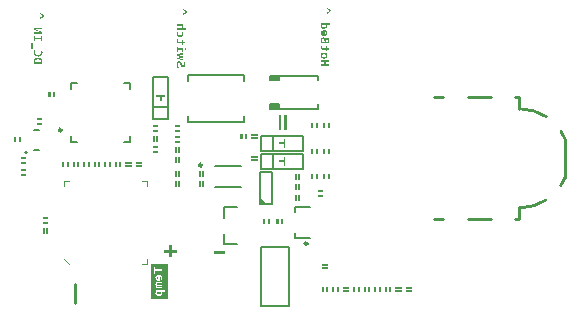
<source format=gbo>
G04*
G04 #@! TF.GenerationSoftware,Altium Limited,Altium Designer,21.6.1 (37)*
G04*
G04 Layer_Color=32896*
%FSLAX25Y25*%
%MOIN*%
G70*
G04*
G04 #@! TF.SameCoordinates,93F7CD1F-D677-4927-938F-0EEAFF98D495*
G04*
G04*
G04 #@! TF.FilePolarity,Positive*
G04*
G01*
G75*
%ADD10C,0.01000*%
%ADD25C,0.00600*%
%ADD102C,0.00984*%
%ADD103C,0.00100*%
%ADD104C,0.00787*%
%ADD105C,0.00500*%
%ADD106C,0.00394*%
G36*
X29450Y70850D02*
X29100D01*
Y72150D01*
X29450D01*
Y70850D01*
D02*
G37*
G36*
X27900Y72150D02*
Y70850D01*
X27550Y70850D01*
Y72150D01*
X27900Y72150D01*
D02*
G37*
G36*
X66550Y70400D02*
X65350D01*
Y69000D01*
X64650D01*
Y70400D01*
X63450D01*
Y71000D01*
X66550D01*
Y70400D01*
D02*
G37*
G36*
X25150Y63100D02*
X23850D01*
X23850Y63450D01*
X25150D01*
X25150Y63100D01*
D02*
G37*
G36*
X25150Y61550D02*
X23850D01*
Y61900D01*
X25150D01*
Y61550D01*
D02*
G37*
G36*
X71150Y60600D02*
X69850D01*
X69850Y60950D01*
X71150D01*
X71150Y60600D01*
D02*
G37*
G36*
X63650D02*
X62350D01*
X62350Y60950D01*
X63650D01*
X63650Y60600D01*
D02*
G37*
G36*
X71150Y59050D02*
X69850D01*
Y59400D01*
X71150D01*
Y59050D01*
D02*
G37*
G36*
X63650D02*
X62350D01*
Y59400D01*
X63650D01*
Y59050D01*
D02*
G37*
G36*
X71150Y57100D02*
X69850D01*
Y57450D01*
X71150D01*
Y57100D01*
D02*
G37*
G36*
X93450Y56850D02*
X93100D01*
Y58150D01*
X93450D01*
Y56850D01*
D02*
G37*
G36*
X91900Y58150D02*
Y56850D01*
X91550Y56850D01*
Y58150D01*
X91900Y58150D01*
D02*
G37*
G36*
X17950Y55850D02*
X17600Y55850D01*
Y57150D01*
X17950Y57150D01*
Y55850D01*
D02*
G37*
G36*
X16400D02*
X16050D01*
Y57150D01*
X16400D01*
Y55850D01*
D02*
G37*
G36*
X63650Y55600D02*
X63300D01*
Y57400D01*
X63650D01*
Y55600D01*
D02*
G37*
G36*
X62700D02*
X62350D01*
Y57400D01*
X62700D01*
Y55600D01*
D02*
G37*
G36*
X71150Y55550D02*
X69850D01*
X69850Y55900D01*
X71150D01*
X71150Y55550D01*
D02*
G37*
G36*
X63650Y53600D02*
X62350D01*
Y53950D01*
X63650D01*
Y53600D01*
D02*
G37*
G36*
X71150Y52100D02*
X70800D01*
Y53900D01*
X71150D01*
Y52100D01*
D02*
G37*
G36*
X70200D02*
X69850D01*
Y53900D01*
X70200D01*
Y52100D01*
D02*
G37*
G36*
X63650Y52050D02*
X62350D01*
X62350Y52400D01*
X63650D01*
X63650Y52050D01*
D02*
G37*
G36*
X19650Y50100D02*
X18350D01*
X18350Y50450D01*
X19650D01*
X19650Y50100D01*
D02*
G37*
G36*
X71150Y48600D02*
X70800D01*
Y50400D01*
X71150D01*
Y48600D01*
D02*
G37*
G36*
X70200D02*
X69850D01*
Y50400D01*
X70200D01*
Y48600D01*
D02*
G37*
G36*
X19650Y48550D02*
X18350D01*
Y48900D01*
X19650D01*
Y48550D01*
D02*
G37*
G36*
X58500Y48300D02*
X56700D01*
Y48650D01*
X58500D01*
Y48300D01*
D02*
G37*
G36*
X55000D02*
X53200D01*
Y48650D01*
X55000D01*
Y48300D01*
D02*
G37*
G36*
X58500Y47350D02*
X56700D01*
Y47700D01*
X58500D01*
Y47350D01*
D02*
G37*
G36*
X55000D02*
X53200D01*
Y47700D01*
X55000D01*
Y47350D01*
D02*
G37*
G36*
X51550D02*
X51200Y47350D01*
Y48650D01*
X51550Y48650D01*
Y47350D01*
D02*
G37*
G36*
X50000D02*
X49650D01*
Y48650D01*
X50000D01*
Y47350D01*
D02*
G37*
G36*
X48050D02*
X47700D01*
Y48650D01*
X48050D01*
Y47350D01*
D02*
G37*
G36*
X46500Y48650D02*
Y47350D01*
X46150Y47350D01*
Y48650D01*
X46500Y48650D01*
D02*
G37*
G36*
X44550Y47350D02*
X44200D01*
Y48650D01*
X44550D01*
Y47350D01*
D02*
G37*
G36*
X43000Y48650D02*
Y47350D01*
X42650Y47350D01*
Y48650D01*
X43000Y48650D01*
D02*
G37*
G36*
X41050Y47350D02*
X40700D01*
Y48650D01*
X41050D01*
Y47350D01*
D02*
G37*
G36*
X39500Y48650D02*
Y47350D01*
X39150Y47350D01*
Y48650D01*
X39500Y48650D01*
D02*
G37*
G36*
X37550Y47350D02*
X37200D01*
Y48650D01*
X37550D01*
Y47350D01*
D02*
G37*
G36*
X36000Y48650D02*
Y47350D01*
X35650Y47350D01*
Y48650D01*
X36000Y48650D01*
D02*
G37*
G36*
X33950Y47350D02*
X33600Y47350D01*
Y48650D01*
X33950Y48650D01*
Y47350D01*
D02*
G37*
G36*
X32400D02*
X32050D01*
Y48650D01*
X32400D01*
Y47350D01*
D02*
G37*
G36*
X19650Y46100D02*
X18350D01*
X18350Y46450D01*
X19650D01*
X19650Y46100D01*
D02*
G37*
G36*
X19650Y44550D02*
X18350D01*
Y44900D01*
X19650D01*
Y44550D01*
D02*
G37*
G36*
X79150Y44100D02*
X78800D01*
Y45900D01*
X79150D01*
Y44100D01*
D02*
G37*
G36*
X78200D02*
X77850D01*
Y45900D01*
X78200D01*
Y44100D01*
D02*
G37*
G36*
X71150D02*
X70800D01*
Y45900D01*
X71150D01*
Y44100D01*
D02*
G37*
G36*
X70200D02*
X69850D01*
Y45900D01*
X70200D01*
Y44100D01*
D02*
G37*
G36*
X79150Y40600D02*
X78800D01*
Y42400D01*
X79150D01*
Y40600D01*
D02*
G37*
G36*
X78200D02*
X77850D01*
Y42400D01*
X78200D01*
Y40600D01*
D02*
G37*
G36*
X71150D02*
X70800D01*
Y42400D01*
X71150D01*
Y40600D01*
D02*
G37*
G36*
X70200D02*
X69850D01*
Y42400D01*
X70200D01*
Y40600D01*
D02*
G37*
G36*
X27150Y30100D02*
X25850D01*
X25850Y30450D01*
X27150D01*
X27150Y30100D01*
D02*
G37*
G36*
X27150Y28550D02*
X25850D01*
Y28900D01*
X27150D01*
Y28550D01*
D02*
G37*
G36*
Y25100D02*
X26800D01*
Y26900D01*
X27150D01*
Y25100D01*
D02*
G37*
G36*
X26200D02*
X25850D01*
Y26900D01*
X26200D01*
Y25100D01*
D02*
G37*
G36*
X118650Y37550D02*
X117350D01*
Y37900D01*
X118650D01*
Y37550D01*
D02*
G37*
G36*
X111150Y36100D02*
X110800D01*
Y37900D01*
X111150D01*
Y36100D01*
D02*
G37*
G36*
X110200D02*
X109850D01*
Y37900D01*
X110200D01*
Y36100D01*
D02*
G37*
G36*
X100300Y34700D02*
X97900D01*
Y37100D01*
X100300Y34700D01*
D02*
G37*
G36*
X105450Y28350D02*
X105100D01*
Y29650D01*
X105450D01*
Y28350D01*
D02*
G37*
G36*
X103900Y29650D02*
Y28350D01*
X103550Y28350D01*
Y29650D01*
X103900Y29650D01*
D02*
G37*
G36*
X100950Y28350D02*
X100600D01*
Y29650D01*
X100950D01*
Y28350D01*
D02*
G37*
G36*
X99400Y29650D02*
Y28350D01*
X99050Y28350D01*
Y29650D01*
X99400Y29650D01*
D02*
G37*
G36*
X120400Y14300D02*
X118600D01*
Y14650D01*
X120400D01*
Y14300D01*
D02*
G37*
G36*
Y13350D02*
X118600D01*
Y13700D01*
X120400D01*
Y13350D01*
D02*
G37*
G36*
X124000Y5850D02*
X123650D01*
Y7150D01*
X124000D01*
Y5850D01*
D02*
G37*
G36*
X122450Y7150D02*
Y5850D01*
X122100Y5850D01*
Y7150D01*
X122450Y7150D01*
D02*
G37*
G36*
X120500Y5850D02*
X120150Y5850D01*
Y7150D01*
X120500Y7150D01*
Y5850D01*
D02*
G37*
G36*
X118950D02*
X118600D01*
Y7150D01*
X118950D01*
Y5850D01*
D02*
G37*
G36*
X125650Y7150D02*
Y6800D01*
X127450D01*
Y7150D01*
X125650D01*
D02*
G37*
G36*
X127450Y5850D02*
Y6200D01*
X125650D01*
Y5850D01*
X127450D01*
D02*
G37*
G36*
X129100Y7150D02*
Y5850D01*
X129450Y5850D01*
Y7150D01*
X129100Y7150D01*
D02*
G37*
G36*
X131000Y5850D02*
Y7150D01*
X130650D01*
Y5850D01*
X131000D01*
D02*
G37*
G36*
X132600Y7150D02*
Y5850D01*
X132950D01*
Y7150D01*
X132600D01*
D02*
G37*
G36*
X134500Y5850D02*
Y7150D01*
X134150Y7150D01*
Y5850D01*
X134500Y5850D01*
D02*
G37*
G36*
X136100Y7150D02*
Y5850D01*
X136450Y5850D01*
Y7150D01*
X136100Y7150D01*
D02*
G37*
G36*
X148450Y6800D02*
X146650D01*
Y7150D01*
X148450D01*
Y6800D01*
D02*
G37*
G36*
X144950D02*
X143150D01*
Y7150D01*
X144950D01*
Y6800D01*
D02*
G37*
G36*
X148450Y5850D02*
X146650D01*
Y6200D01*
X148450D01*
Y5850D01*
D02*
G37*
G36*
X144950D02*
X143150D01*
Y6200D01*
X144950D01*
Y5850D01*
D02*
G37*
G36*
X141500D02*
X141150D01*
Y7150D01*
X141500D01*
Y5850D01*
D02*
G37*
G36*
X139950Y7150D02*
Y5850D01*
X139600Y5850D01*
Y7150D01*
X139950Y7150D01*
D02*
G37*
G36*
X138000Y5850D02*
X137650D01*
Y7150D01*
X138000D01*
Y5850D01*
D02*
G37*
G36*
X104500Y76000D02*
X101500D01*
Y77500D01*
X104500D01*
Y76000D01*
D02*
G37*
G36*
Y66500D02*
X101500D01*
Y68000D01*
X104500D01*
Y66500D01*
D02*
G37*
G36*
X120950Y60350D02*
X120600Y60350D01*
Y61650D01*
X120950Y61650D01*
Y60350D01*
D02*
G37*
G36*
X119400D02*
X119050D01*
Y61650D01*
X119400D01*
Y60350D01*
D02*
G37*
G36*
X116950D02*
X116600Y60350D01*
Y61650D01*
X116950Y61650D01*
Y60350D01*
D02*
G37*
G36*
X115400D02*
X115050D01*
Y61650D01*
X115400D01*
Y60350D01*
D02*
G37*
G36*
X106700Y59600D02*
X106200D01*
Y64400D01*
X106700D01*
Y59600D01*
D02*
G37*
G36*
X104800D02*
X104300D01*
Y64400D01*
X104800D01*
Y59600D01*
D02*
G37*
G36*
X96900Y57800D02*
X95100D01*
Y58150D01*
X96900D01*
Y57800D01*
D02*
G37*
G36*
Y56850D02*
X95100D01*
Y57200D01*
X96900D01*
Y56850D01*
D02*
G37*
G36*
X106500Y53450D02*
X105900D01*
Y54650D01*
X104500D01*
Y55350D01*
X105900D01*
Y56550D01*
X106500D01*
Y53450D01*
D02*
G37*
G36*
X120950Y51850D02*
X120600Y51850D01*
Y53150D01*
X120950Y53150D01*
Y51850D01*
D02*
G37*
G36*
X119400D02*
X119050D01*
Y53150D01*
X119400D01*
Y51850D01*
D02*
G37*
G36*
X116950D02*
X116600Y51850D01*
Y53150D01*
X116950Y53150D01*
Y51850D01*
D02*
G37*
G36*
X115400D02*
X115050D01*
Y53150D01*
X115400D01*
Y51850D01*
D02*
G37*
G36*
X96900Y50300D02*
X95100D01*
Y50650D01*
X96900D01*
Y50300D01*
D02*
G37*
G36*
Y49350D02*
X95100D01*
Y49700D01*
X96900D01*
Y49350D01*
D02*
G37*
G36*
X106500Y47450D02*
X105900D01*
Y48650D01*
X104500D01*
Y49350D01*
X105900D01*
Y50550D01*
X106500D01*
Y47450D01*
D02*
G37*
G36*
X120950Y43350D02*
X120600D01*
Y44650D01*
X120950D01*
Y43350D01*
D02*
G37*
G36*
X119400Y44650D02*
Y43350D01*
X119050Y43350D01*
Y44650D01*
X119400Y44650D01*
D02*
G37*
G36*
X116950Y43350D02*
X116600D01*
Y44650D01*
X116950D01*
Y43350D01*
D02*
G37*
G36*
X115400Y44650D02*
Y43350D01*
X115050Y43350D01*
Y44650D01*
X115400Y44650D01*
D02*
G37*
G36*
X111150Y43100D02*
X110800D01*
Y44900D01*
X111150D01*
Y43100D01*
D02*
G37*
G36*
X110200D02*
X109850D01*
Y44900D01*
X110200D01*
Y43100D01*
D02*
G37*
G36*
X111150Y39600D02*
X110800D01*
Y41400D01*
X111150D01*
Y39600D01*
D02*
G37*
G36*
X110200D02*
X109850D01*
Y41400D01*
X110200D01*
Y39600D01*
D02*
G37*
G36*
X118650Y39100D02*
X117350D01*
X117350Y39450D01*
X118650D01*
X118650Y39100D01*
D02*
G37*
G36*
X121779Y99454D02*
Y98996D01*
X120420Y98206D01*
Y98742D01*
X121331Y99223D01*
X120420Y99708D01*
Y100239D01*
X121779Y99454D01*
D02*
G37*
G36*
X121423Y94589D02*
X120328D01*
X120370Y94556D01*
X120407Y94524D01*
X120434Y94487D01*
X120462Y94446D01*
X120504Y94362D01*
X120531Y94279D01*
X120545Y94205D01*
X120554Y94173D01*
Y94141D01*
X120559Y94117D01*
Y94085D01*
X120554Y93988D01*
X120536Y93896D01*
X120513Y93817D01*
X120485Y93743D01*
X120453Y93688D01*
X120430Y93646D01*
X120411Y93619D01*
X120407Y93614D01*
Y93609D01*
X120346Y93540D01*
X120277Y93475D01*
X120208Y93420D01*
X120143Y93378D01*
X120083Y93346D01*
X120032Y93318D01*
X120018Y93309D01*
X120005Y93304D01*
X119995Y93300D01*
X119991D01*
X119889Y93263D01*
X119788Y93240D01*
X119686Y93221D01*
X119593Y93207D01*
X119510Y93198D01*
X119478D01*
X119446Y93194D01*
X119422D01*
X119404D01*
X119395D01*
X119390D01*
X119293Y93198D01*
X119196Y93203D01*
X119113Y93212D01*
X119030Y93226D01*
X118951Y93244D01*
X118882Y93263D01*
X118817Y93281D01*
X118762Y93300D01*
X118706Y93318D01*
X118665Y93337D01*
X118623Y93355D01*
X118591Y93374D01*
X118568Y93388D01*
X118549Y93397D01*
X118540Y93406D01*
X118535D01*
X118480Y93448D01*
X118434Y93494D01*
X118392Y93545D01*
X118355Y93595D01*
X118323Y93651D01*
X118300Y93702D01*
X118263Y93808D01*
X118240Y93900D01*
X118230Y93942D01*
X118226Y93979D01*
X118221Y94007D01*
Y94048D01*
X118226Y94117D01*
X118235Y94187D01*
X118249Y94247D01*
X118263Y94298D01*
X118277Y94344D01*
X118291Y94376D01*
X118300Y94395D01*
X118305Y94404D01*
X118337Y94459D01*
X118374Y94510D01*
X118415Y94547D01*
X118452Y94575D01*
X118485Y94598D01*
X118512Y94612D01*
X118531Y94616D01*
X118535Y94621D01*
X118272Y94644D01*
Y95129D01*
X121363D01*
X121423Y94589D01*
D02*
G37*
G36*
X119538Y92722D02*
X119626Y92718D01*
X119709Y92704D01*
X119788Y92685D01*
X119861Y92667D01*
X119926Y92644D01*
X119991Y92621D01*
X120046Y92598D01*
X120092Y92570D01*
X120139Y92547D01*
X120176Y92524D01*
X120203Y92505D01*
X120226Y92487D01*
X120245Y92473D01*
X120254Y92468D01*
X120259Y92463D01*
X120309Y92413D01*
X120356Y92357D01*
X120397Y92302D01*
X120434Y92246D01*
X120462Y92186D01*
X120485Y92126D01*
X120522Y92015D01*
X120536Y91960D01*
X120545Y91914D01*
X120550Y91868D01*
X120554Y91831D01*
X120559Y91798D01*
Y91757D01*
X120554Y91641D01*
X120536Y91540D01*
X120513Y91443D01*
X120485Y91364D01*
X120453Y91299D01*
X120430Y91249D01*
X120420Y91230D01*
X120411Y91216D01*
X120407Y91211D01*
Y91207D01*
X120346Y91124D01*
X120277Y91054D01*
X120208Y90994D01*
X120139Y90943D01*
X120079Y90902D01*
X120032Y90874D01*
X120014Y90865D01*
X120000Y90856D01*
X119991Y90851D01*
X119986D01*
X119885Y90810D01*
X119778Y90782D01*
X119681Y90759D01*
X119589Y90745D01*
X119510Y90736D01*
X119473D01*
X119446Y90731D01*
X119422D01*
X119404D01*
X119395D01*
X119390D01*
X119293Y90736D01*
X119201Y90745D01*
X119113Y90759D01*
X119034Y90777D01*
X118956Y90796D01*
X118887Y90819D01*
X118822Y90847D01*
X118766Y90874D01*
X118716Y90897D01*
X118669Y90925D01*
X118632Y90948D01*
X118600Y90971D01*
X118572Y90985D01*
X118554Y90999D01*
X118545Y91008D01*
X118540Y91013D01*
X118485Y91068D01*
X118434Y91128D01*
X118392Y91193D01*
X118355Y91258D01*
X118323Y91327D01*
X118300Y91392D01*
X118277Y91456D01*
X118263Y91521D01*
X118249Y91581D01*
X118240Y91637D01*
X118230Y91683D01*
X118226Y91729D01*
X118221Y91761D01*
Y91812D01*
X118226Y91895D01*
X118230Y91978D01*
X118244Y92052D01*
X118258Y92117D01*
X118268Y92172D01*
X118281Y92214D01*
X118286Y92242D01*
X118291Y92251D01*
X118318Y92330D01*
X118355Y92399D01*
X118392Y92468D01*
X118429Y92524D01*
X118462Y92570D01*
X118489Y92607D01*
X118508Y92625D01*
X118512Y92634D01*
X118840Y92408D01*
X118803Y92348D01*
X118776Y92288D01*
X118748Y92237D01*
X118729Y92196D01*
X118711Y92159D01*
X118702Y92131D01*
X118697Y92112D01*
X118693Y92108D01*
X118669Y92011D01*
X118660Y91965D01*
X118656Y91923D01*
Y91886D01*
X118651Y91854D01*
Y91831D01*
X118656Y91747D01*
X118674Y91678D01*
X118697Y91613D01*
X118725Y91558D01*
X118748Y91512D01*
X118771Y91479D01*
X118790Y91461D01*
X118794Y91452D01*
X118854Y91401D01*
X118919Y91364D01*
X118988Y91336D01*
X119053Y91313D01*
X119113Y91299D01*
X119159Y91290D01*
X119178D01*
X119192Y91285D01*
X119196D01*
X119201D01*
Y92708D01*
X119289Y92718D01*
X119330Y92722D01*
X119367Y92727D01*
X119399D01*
X119422D01*
X119441D01*
X119446D01*
X119538Y92722D01*
D02*
G37*
G36*
X119238Y90288D02*
X119339Y90264D01*
X119427Y90237D01*
X119496Y90200D01*
X119552Y90163D01*
X119589Y90135D01*
X119612Y90112D01*
X119621Y90103D01*
X119677Y90029D01*
X119723Y89950D01*
X119755Y89876D01*
X119778Y89802D01*
X119792Y89742D01*
X119801Y89692D01*
X119806Y89673D01*
Y89650D01*
X119815Y89724D01*
X119838Y89793D01*
X119866Y89858D01*
X119898Y89909D01*
X119931Y89955D01*
X119954Y89987D01*
X119972Y90006D01*
X119982Y90015D01*
X120051Y90066D01*
X120120Y90107D01*
X120194Y90135D01*
X120259Y90153D01*
X120319Y90163D01*
X120370Y90172D01*
X120388D01*
X120402D01*
X120407D01*
X120411D01*
X120485Y90167D01*
X120550Y90158D01*
X120615Y90144D01*
X120670Y90126D01*
X120725Y90103D01*
X120772Y90075D01*
X120813Y90047D01*
X120850Y90020D01*
X120882Y89992D01*
X120910Y89964D01*
X120956Y89913D01*
X120970Y89895D01*
X120979Y89881D01*
X120989Y89872D01*
Y89867D01*
X121049Y89747D01*
X121090Y89618D01*
X121123Y89493D01*
X121141Y89373D01*
X121150Y89317D01*
X121155Y89267D01*
X121160Y89220D01*
Y89183D01*
X121164Y89151D01*
Y88292D01*
X118272D01*
Y89156D01*
X118281Y89331D01*
X118291Y89414D01*
X118305Y89488D01*
X118318Y89562D01*
X118332Y89627D01*
X118351Y89692D01*
X118369Y89747D01*
X118388Y89798D01*
X118406Y89839D01*
X118420Y89881D01*
X118434Y89909D01*
X118448Y89936D01*
X118457Y89955D01*
X118466Y89964D01*
Y89969D01*
X118508Y90029D01*
X118549Y90075D01*
X118600Y90121D01*
X118651Y90158D01*
X118706Y90191D01*
X118762Y90218D01*
X118817Y90237D01*
X118868Y90255D01*
X118965Y90278D01*
X119011Y90288D01*
X119048Y90292D01*
X119081Y90297D01*
X119104D01*
X119118D01*
X119122D01*
X119238Y90288D01*
D02*
G37*
G36*
X118771Y87520D02*
X118734Y87442D01*
X118706Y87368D01*
X118688Y87294D01*
X118674Y87234D01*
X118665Y87178D01*
X118660Y87141D01*
Y87104D01*
X118665Y87040D01*
X118674Y86989D01*
X118683Y86943D01*
X118697Y86906D01*
X118711Y86878D01*
X118725Y86860D01*
X118729Y86850D01*
X118734Y86846D01*
X118766Y86818D01*
X118803Y86799D01*
X118840Y86786D01*
X118882Y86776D01*
X118914Y86772D01*
X118942Y86767D01*
X118960D01*
X118970D01*
X120088D01*
Y87442D01*
X120504Y87497D01*
Y86767D01*
X121039D01*
X120979Y86231D01*
X120504D01*
Y85751D01*
X120088D01*
Y86231D01*
X118965D01*
X118900Y86236D01*
X118840Y86240D01*
X118734Y86264D01*
X118642Y86296D01*
X118563Y86337D01*
X118503Y86374D01*
X118457Y86407D01*
X118429Y86430D01*
X118425Y86439D01*
X118420D01*
X118383Y86481D01*
X118355Y86527D01*
X118305Y86624D01*
X118272Y86721D01*
X118244Y86818D01*
X118230Y86906D01*
X118226Y86943D01*
Y86975D01*
X118221Y87003D01*
Y87109D01*
X118230Y87174D01*
X118235Y87234D01*
X118244Y87284D01*
X118254Y87331D01*
X118258Y87363D01*
X118268Y87382D01*
Y87391D01*
X118286Y87455D01*
X118309Y87511D01*
X118332Y87566D01*
X118355Y87612D01*
X118378Y87650D01*
X118392Y87682D01*
X118406Y87700D01*
X118411Y87705D01*
X118771Y87520D01*
D02*
G37*
G36*
X119492Y85238D02*
X119584Y85233D01*
X119672Y85219D01*
X119750Y85201D01*
X119824Y85182D01*
X119894Y85159D01*
X119958Y85136D01*
X120018Y85113D01*
X120069Y85085D01*
X120111Y85062D01*
X120152Y85039D01*
X120185Y85021D01*
X120208Y85002D01*
X120226Y84988D01*
X120236Y84984D01*
X120240Y84979D01*
X120296Y84928D01*
X120346Y84873D01*
X120388Y84813D01*
X120425Y84753D01*
X120457Y84688D01*
X120481Y84628D01*
X120504Y84563D01*
X120517Y84508D01*
X120531Y84452D01*
X120540Y84397D01*
X120550Y84351D01*
X120554Y84309D01*
X120559Y84277D01*
Y84231D01*
X120554Y84143D01*
X120545Y84060D01*
X120531Y83981D01*
X120508Y83912D01*
X120485Y83843D01*
X120457Y83783D01*
X120430Y83727D01*
X120397Y83676D01*
X120370Y83630D01*
X120337Y83588D01*
X120309Y83556D01*
X120286Y83528D01*
X120263Y83505D01*
X120249Y83491D01*
X120240Y83482D01*
X120236Y83478D01*
X120176Y83431D01*
X120106Y83390D01*
X120042Y83353D01*
X119968Y83325D01*
X119898Y83297D01*
X119829Y83274D01*
X119695Y83242D01*
X119630Y83233D01*
X119575Y83223D01*
X119524Y83219D01*
X119478Y83214D01*
X119441Y83210D01*
X119413D01*
X119395D01*
X119390D01*
X119289Y83214D01*
X119196Y83219D01*
X119108Y83233D01*
X119025Y83251D01*
X118947Y83270D01*
X118877Y83293D01*
X118813Y83316D01*
X118753Y83344D01*
X118702Y83367D01*
X118660Y83390D01*
X118619Y83413D01*
X118586Y83431D01*
X118563Y83450D01*
X118545Y83464D01*
X118535Y83468D01*
X118531Y83473D01*
X118475Y83524D01*
X118429Y83584D01*
X118388Y83644D01*
X118351Y83704D01*
X118323Y83769D01*
X118295Y83829D01*
X118258Y83949D01*
X118249Y84004D01*
X118240Y84060D01*
X118230Y84106D01*
X118226Y84148D01*
X118221Y84180D01*
Y84226D01*
X118226Y84314D01*
X118235Y84397D01*
X118249Y84475D01*
X118272Y84545D01*
X118295Y84614D01*
X118323Y84674D01*
X118351Y84730D01*
X118378Y84781D01*
X118406Y84827D01*
X118438Y84864D01*
X118462Y84896D01*
X118485Y84924D01*
X118508Y84947D01*
X118522Y84961D01*
X118531Y84970D01*
X118535Y84974D01*
X118596Y85021D01*
X118665Y85062D01*
X118734Y85099D01*
X118803Y85132D01*
X118877Y85155D01*
X118947Y85178D01*
X119085Y85210D01*
X119150Y85219D01*
X119205Y85229D01*
X119261Y85233D01*
X119307Y85238D01*
X119344Y85242D01*
X119372D01*
X119390D01*
X119395D01*
X119492Y85238D01*
D02*
G37*
G36*
X121164Y82147D02*
X120018D01*
Y81311D01*
X121164D01*
Y80752D01*
X118272D01*
Y81311D01*
X119552D01*
Y82147D01*
X118272D01*
Y82706D01*
X121164D01*
Y82147D01*
D02*
G37*
G36*
X26125Y97704D02*
Y97246D01*
X24767Y96456D01*
Y96992D01*
X25677Y97473D01*
X24767Y97958D01*
Y98489D01*
X26125Y97704D01*
D02*
G37*
G36*
X25511Y92950D02*
X24194D01*
X24074D01*
X23963Y92954D01*
X23866D01*
X23778Y92959D01*
X23709Y92964D01*
X23681D01*
X23658D01*
X23635Y92968D01*
X23621D01*
X23617D01*
X23612D01*
X23519Y92978D01*
X23432Y92982D01*
X23349Y92992D01*
X23275Y93001D01*
X23210Y93005D01*
X23159Y93010D01*
X23141D01*
X23127Y93015D01*
X23122D01*
X23118D01*
X25511Y92188D01*
Y91499D01*
X22619D01*
Y92003D01*
X23935D01*
X24111Y91998D01*
X24291Y91993D01*
X24471Y91984D01*
X24559Y91975D01*
X24642Y91970D01*
X24716Y91966D01*
X24790Y91957D01*
X24850Y91952D01*
X24905Y91947D01*
X24952Y91943D01*
X24984D01*
X25003Y91938D01*
X25012D01*
X22619Y92765D01*
Y93454D01*
X25511D01*
Y92950D01*
D02*
G37*
G36*
Y89088D02*
X25072D01*
Y89697D01*
X23057D01*
Y89088D01*
X22619D01*
Y90866D01*
X23057D01*
Y90256D01*
X25072D01*
Y90866D01*
X25511D01*
Y89088D01*
D02*
G37*
G36*
X22328Y86417D02*
X21875D01*
Y88538D01*
X22328D01*
Y86417D01*
D02*
G37*
G36*
X23270Y85881D02*
X23228Y85821D01*
X23187Y85761D01*
X23159Y85710D01*
X23131Y85664D01*
X23113Y85623D01*
X23095Y85595D01*
X23090Y85576D01*
X23085Y85572D01*
X23067Y85516D01*
X23053Y85461D01*
X23039Y85405D01*
X23034Y85355D01*
X23030Y85308D01*
X23025Y85271D01*
Y85239D01*
X23030Y85179D01*
X23034Y85119D01*
X23062Y85017D01*
X23104Y84925D01*
X23150Y84846D01*
X23196Y84786D01*
X23238Y84740D01*
X23265Y84712D01*
X23270Y84708D01*
X23275Y84703D01*
X23325Y84666D01*
X23381Y84639D01*
X23506Y84588D01*
X23635Y84551D01*
X23764Y84528D01*
X23829Y84518D01*
X23885Y84509D01*
X23935Y84504D01*
X23981D01*
X24018Y84500D01*
X24046D01*
X24065D01*
X24069D01*
X24171Y84504D01*
X24263Y84509D01*
X24347Y84518D01*
X24425Y84532D01*
X24499Y84546D01*
X24564Y84565D01*
X24624Y84583D01*
X24675Y84601D01*
X24721Y84620D01*
X24762Y84639D01*
X24795Y84657D01*
X24822Y84671D01*
X24841Y84685D01*
X24855Y84694D01*
X24864Y84703D01*
X24869D01*
X24915Y84745D01*
X24952Y84786D01*
X24984Y84828D01*
X25012Y84874D01*
X25058Y84962D01*
X25086Y85045D01*
X25104Y85124D01*
X25109Y85151D01*
X25113Y85179D01*
X25118Y85202D01*
Y85290D01*
X25109Y85350D01*
X25086Y85456D01*
X25053Y85558D01*
X25016Y85646D01*
X24975Y85720D01*
X24956Y85747D01*
X24942Y85775D01*
X24929Y85794D01*
X24919Y85807D01*
X24915Y85817D01*
X24910Y85821D01*
X25247Y86103D01*
X25308Y86029D01*
X25358Y85955D01*
X25405Y85891D01*
X25437Y85826D01*
X25460Y85775D01*
X25478Y85738D01*
X25488Y85710D01*
X25492Y85706D01*
Y85701D01*
X25515Y85623D01*
X25534Y85539D01*
X25548Y85456D01*
X25557Y85382D01*
X25561Y85318D01*
X25566Y85262D01*
Y85216D01*
X25557Y85087D01*
X25539Y84962D01*
X25511Y84851D01*
X25478Y84754D01*
X25460Y84712D01*
X25441Y84671D01*
X25428Y84639D01*
X25414Y84611D01*
X25405Y84588D01*
X25395Y84574D01*
X25386Y84565D01*
Y84560D01*
X25312Y84454D01*
X25234Y84361D01*
X25146Y84283D01*
X25063Y84218D01*
X24989Y84163D01*
X24956Y84144D01*
X24929Y84126D01*
X24905Y84112D01*
X24887Y84103D01*
X24878Y84093D01*
X24873D01*
X24744Y84038D01*
X24605Y83996D01*
X24471Y83964D01*
X24347Y83946D01*
X24286Y83936D01*
X24236Y83932D01*
X24189Y83927D01*
X24148D01*
X24115Y83922D01*
X24092D01*
X24074D01*
X24069D01*
X23898Y83932D01*
X23741Y83950D01*
X23667Y83959D01*
X23603Y83973D01*
X23538Y83992D01*
X23483Y84006D01*
X23432Y84019D01*
X23385Y84038D01*
X23344Y84052D01*
X23312Y84061D01*
X23289Y84075D01*
X23265Y84079D01*
X23256Y84089D01*
X23252D01*
X23131Y84158D01*
X23030Y84232D01*
X22942Y84306D01*
X22868Y84384D01*
X22813Y84449D01*
X22771Y84500D01*
X22757Y84523D01*
X22748Y84537D01*
X22739Y84546D01*
Y84551D01*
X22683Y84666D01*
X22642Y84782D01*
X22609Y84893D01*
X22591Y84999D01*
X22582Y85045D01*
X22577Y85087D01*
X22572Y85124D01*
Y85156D01*
X22568Y85184D01*
Y85221D01*
X22572Y85322D01*
X22582Y85419D01*
X22600Y85512D01*
X22623Y85599D01*
X22651Y85683D01*
X22683Y85756D01*
X22716Y85830D01*
X22753Y85891D01*
X22785Y85951D01*
X22817Y86001D01*
X22850Y86043D01*
X22877Y86080D01*
X22900Y86108D01*
X22919Y86126D01*
X22928Y86140D01*
X22933Y86145D01*
X23270Y85881D01*
D02*
G37*
G36*
X24231Y83580D02*
X24365Y83567D01*
X24490Y83548D01*
X24601Y83525D01*
X24702Y83497D01*
X24795Y83460D01*
X24878Y83428D01*
X24947Y83391D01*
X25007Y83354D01*
X25063Y83322D01*
X25104Y83289D01*
X25141Y83257D01*
X25169Y83234D01*
X25187Y83215D01*
X25197Y83202D01*
X25201Y83197D01*
X25257Y83123D01*
X25303Y83045D01*
X25344Y82961D01*
X25381Y82878D01*
X25409Y82795D01*
X25437Y82712D01*
X25474Y82550D01*
X25483Y82476D01*
X25492Y82407D01*
X25501Y82347D01*
X25506Y82292D01*
X25511Y82250D01*
Y81502D01*
X22619D01*
Y82231D01*
X22623Y82338D01*
X22633Y82439D01*
X22646Y82536D01*
X22669Y82629D01*
X22693Y82712D01*
X22720Y82795D01*
X22748Y82864D01*
X22780Y82934D01*
X22808Y82994D01*
X22836Y83045D01*
X22863Y83091D01*
X22887Y83128D01*
X22910Y83160D01*
X22923Y83179D01*
X22933Y83192D01*
X22937Y83197D01*
X23002Y83266D01*
X23081Y83326D01*
X23164Y83377D01*
X23252Y83423D01*
X23349Y83460D01*
X23441Y83493D01*
X23538Y83516D01*
X23630Y83539D01*
X23723Y83553D01*
X23806Y83567D01*
X23885Y83571D01*
X23949Y83580D01*
X24005D01*
X24046Y83585D01*
X24074D01*
X24083D01*
X24231Y83580D01*
D02*
G37*
G36*
X73779Y99039D02*
Y98582D01*
X72420Y97792D01*
Y98328D01*
X73331Y98808D01*
X72420Y99293D01*
Y99825D01*
X73779Y99039D01*
D02*
G37*
G36*
X71995Y94710D02*
X72092Y94692D01*
X72180Y94669D01*
X72250Y94636D01*
X72305Y94604D01*
X72347Y94581D01*
X72370Y94562D01*
X72379Y94553D01*
X72439Y94488D01*
X72485Y94410D01*
X72517Y94331D01*
X72536Y94253D01*
X72550Y94183D01*
X72554Y94156D01*
Y94128D01*
X72559Y94109D01*
Y94077D01*
X72554Y94003D01*
X72545Y93929D01*
X72531Y93865D01*
X72517Y93809D01*
X72499Y93758D01*
X72485Y93721D01*
X72476Y93698D01*
X72471Y93689D01*
X72439Y93629D01*
X72402Y93574D01*
X72360Y93532D01*
X72323Y93500D01*
X72291Y93477D01*
X72263Y93463D01*
X72245Y93454D01*
X72240Y93449D01*
X73418D01*
X73358Y92908D01*
X70272D01*
Y93449D01*
X71843D01*
X71921Y93518D01*
X71958Y93550D01*
X71986Y93583D01*
X72009Y93615D01*
X72028Y93638D01*
X72037Y93652D01*
X72042Y93657D01*
X72069Y93703D01*
X72092Y93749D01*
X72106Y93791D01*
X72120Y93832D01*
X72125Y93865D01*
X72129Y93888D01*
Y93911D01*
X72125Y93962D01*
X72120Y94003D01*
X72106Y94040D01*
X72092Y94068D01*
X72079Y94086D01*
X72069Y94105D01*
X72060Y94109D01*
X72055Y94114D01*
X72023Y94137D01*
X71986Y94151D01*
X71908Y94170D01*
X71871Y94174D01*
X71838Y94179D01*
X71820D01*
X71811D01*
X70272D01*
Y94719D01*
X71880D01*
X71995Y94710D01*
D02*
G37*
G36*
X72319Y92206D02*
X72365Y92137D01*
X72402Y92072D01*
X72434Y92003D01*
X72467Y91938D01*
X72490Y91869D01*
X72522Y91749D01*
X72536Y91693D01*
X72545Y91642D01*
X72550Y91596D01*
X72554Y91555D01*
X72559Y91522D01*
Y91481D01*
X72554Y91361D01*
X72536Y91245D01*
X72508Y91148D01*
X72480Y91060D01*
X72453Y90991D01*
X72439Y90963D01*
X72425Y90940D01*
X72416Y90917D01*
X72407Y90903D01*
X72402Y90899D01*
Y90894D01*
X72342Y90806D01*
X72273Y90728D01*
X72203Y90663D01*
X72134Y90612D01*
X72074Y90571D01*
X72028Y90538D01*
X72009Y90529D01*
X71995Y90520D01*
X71986Y90515D01*
X71982D01*
X71880Y90474D01*
X71774Y90441D01*
X71672Y90418D01*
X71580Y90404D01*
X71496Y90395D01*
X71464Y90390D01*
X71432Y90386D01*
X71409D01*
X71390D01*
X71381D01*
X71376D01*
X71279Y90390D01*
X71187Y90400D01*
X71104Y90413D01*
X71025Y90432D01*
X70947Y90451D01*
X70877Y90478D01*
X70817Y90501D01*
X70757Y90529D01*
X70706Y90557D01*
X70665Y90580D01*
X70623Y90608D01*
X70591Y90626D01*
X70568Y90645D01*
X70549Y90658D01*
X70540Y90668D01*
X70535Y90672D01*
X70480Y90728D01*
X70434Y90792D01*
X70392Y90852D01*
X70355Y90922D01*
X70323Y90986D01*
X70300Y91056D01*
X70263Y91185D01*
X70249Y91245D01*
X70240Y91300D01*
X70231Y91347D01*
X70226Y91393D01*
X70221Y91425D01*
Y91476D01*
X70226Y91555D01*
X70231Y91633D01*
X70244Y91707D01*
X70258Y91772D01*
X70267Y91823D01*
X70281Y91864D01*
X70286Y91892D01*
X70291Y91901D01*
X70323Y91975D01*
X70355Y92049D01*
X70397Y92109D01*
X70434Y92164D01*
X70466Y92211D01*
X70494Y92243D01*
X70512Y92261D01*
X70517Y92271D01*
X70859Y92031D01*
X70794Y91924D01*
X70748Y91823D01*
X70716Y91730D01*
X70692Y91652D01*
X70679Y91582D01*
X70674Y91532D01*
X70669Y91513D01*
Y91490D01*
X70679Y91402D01*
X70697Y91324D01*
X70720Y91254D01*
X70753Y91199D01*
X70785Y91157D01*
X70808Y91125D01*
X70827Y91102D01*
X70836Y91097D01*
X70868Y91074D01*
X70905Y91051D01*
X70993Y91014D01*
X71081Y90991D01*
X71168Y90973D01*
X71252Y90963D01*
X71284Y90959D01*
X71316D01*
X71339Y90954D01*
X71358D01*
X71372D01*
X71376D01*
X71446D01*
X71510Y90959D01*
X71626Y90977D01*
X71718Y91000D01*
X71797Y91028D01*
X71857Y91051D01*
X71903Y91074D01*
X71926Y91093D01*
X71935Y91097D01*
X71995Y91157D01*
X72042Y91217D01*
X72074Y91287D01*
X72092Y91347D01*
X72106Y91402D01*
X72111Y91448D01*
X72115Y91467D01*
Y91490D01*
X72106Y91587D01*
X72088Y91679D01*
X72060Y91772D01*
X72028Y91855D01*
X71991Y91924D01*
X71977Y91952D01*
X71963Y91980D01*
X71954Y91998D01*
X71945Y92012D01*
X71935Y92021D01*
Y92026D01*
X72268Y92271D01*
X72319Y92206D01*
D02*
G37*
G36*
X70771Y89605D02*
X70734Y89526D01*
X70706Y89452D01*
X70688Y89379D01*
X70674Y89319D01*
X70665Y89263D01*
X70660Y89226D01*
Y89189D01*
X70665Y89125D01*
X70674Y89074D01*
X70683Y89028D01*
X70697Y88990D01*
X70711Y88963D01*
X70725Y88944D01*
X70730Y88935D01*
X70734Y88930D01*
X70767Y88903D01*
X70803Y88884D01*
X70840Y88870D01*
X70882Y88861D01*
X70914Y88857D01*
X70942Y88852D01*
X70960D01*
X70970D01*
X72088D01*
Y89526D01*
X72504Y89582D01*
Y88852D01*
X73040D01*
X72979Y88316D01*
X72504D01*
Y87836D01*
X72088D01*
Y88316D01*
X70965D01*
X70900Y88321D01*
X70840Y88325D01*
X70734Y88348D01*
X70642Y88381D01*
X70563Y88422D01*
X70503Y88459D01*
X70457Y88492D01*
X70429Y88515D01*
X70425Y88524D01*
X70420D01*
X70383Y88565D01*
X70355Y88612D01*
X70305Y88709D01*
X70272Y88806D01*
X70244Y88903D01*
X70231Y88990D01*
X70226Y89028D01*
Y89060D01*
X70221Y89088D01*
Y89194D01*
X70231Y89258D01*
X70235Y89319D01*
X70244Y89369D01*
X70254Y89416D01*
X70258Y89448D01*
X70267Y89466D01*
Y89476D01*
X70286Y89540D01*
X70309Y89596D01*
X70332Y89651D01*
X70355Y89697D01*
X70378Y89734D01*
X70392Y89767D01*
X70406Y89785D01*
X70411Y89790D01*
X70771Y89605D01*
D02*
G37*
G36*
X73280Y86648D02*
X73326Y86639D01*
X73363Y86620D01*
X73395Y86607D01*
X73423Y86588D01*
X73441Y86570D01*
X73455Y86560D01*
X73460Y86556D01*
X73492Y86519D01*
X73515Y86477D01*
X73534Y86436D01*
X73543Y86399D01*
X73552Y86366D01*
X73557Y86339D01*
Y86311D01*
X73552Y86260D01*
X73543Y86209D01*
X73529Y86168D01*
X73511Y86135D01*
X73492Y86103D01*
X73478Y86085D01*
X73469Y86071D01*
X73465Y86066D01*
X73428Y86034D01*
X73391Y86011D01*
X73349Y85997D01*
X73317Y85988D01*
X73284Y85978D01*
X73257Y85974D01*
X73238D01*
X73233D01*
X73183Y85978D01*
X73137Y85988D01*
X73095Y86001D01*
X73063Y86020D01*
X73035Y86038D01*
X73016Y86052D01*
X73002Y86062D01*
X72998Y86066D01*
X72966Y86103D01*
X72943Y86145D01*
X72929Y86186D01*
X72919Y86223D01*
X72910Y86260D01*
X72905Y86288D01*
Y86311D01*
X72910Y86362D01*
X72919Y86413D01*
X72933Y86454D01*
X72952Y86491D01*
X72970Y86519D01*
X72984Y86537D01*
X72993Y86551D01*
X72998Y86556D01*
X73035Y86588D01*
X73076Y86611D01*
X73113Y86630D01*
X73150Y86639D01*
X73183Y86648D01*
X73210Y86653D01*
X73229D01*
X73233D01*
X73280Y86648D01*
D02*
G37*
G36*
X70683Y86667D02*
X72504D01*
Y85507D01*
X72088D01*
Y86131D01*
X70683D01*
Y85489D01*
X70272D01*
Y87258D01*
X70683D01*
Y86667D01*
D02*
G37*
G36*
X72504Y84528D02*
X70637Y84334D01*
X72231Y84098D01*
Y83571D01*
X70637Y83313D01*
X72504Y83114D01*
Y82596D01*
X70272Y82966D01*
Y83594D01*
X71801Y83821D01*
X70272Y84029D01*
Y84671D01*
X72504Y85031D01*
Y84528D01*
D02*
G37*
G36*
X71178Y82366D02*
X71242Y82361D01*
X71358Y82333D01*
X71460Y82301D01*
X71538Y82259D01*
X71603Y82218D01*
X71649Y82181D01*
X71677Y82153D01*
X71686Y82148D01*
Y82144D01*
X71760Y82051D01*
X71824Y81950D01*
X71880Y81843D01*
X71926Y81742D01*
X71963Y81649D01*
X71977Y81608D01*
X71991Y81576D01*
X72000Y81548D01*
X72009Y81525D01*
X72014Y81511D01*
Y81506D01*
X72042Y81418D01*
X72069Y81340D01*
X72092Y81270D01*
X72111Y81215D01*
X72129Y81173D01*
X72143Y81141D01*
X72148Y81123D01*
X72153Y81118D01*
X72176Y81072D01*
X72199Y81030D01*
X72222Y80998D01*
X72240Y80975D01*
X72259Y80952D01*
X72268Y80938D01*
X72277Y80933D01*
X72282Y80929D01*
X72309Y80910D01*
X72337Y80901D01*
X72393Y80882D01*
X72416D01*
X72434Y80878D01*
X72443D01*
X72448D01*
X72504Y80882D01*
X72550Y80896D01*
X72591Y80919D01*
X72624Y80942D01*
X72651Y80961D01*
X72670Y80984D01*
X72679Y80998D01*
X72684Y81003D01*
X72711Y81053D01*
X72735Y81109D01*
X72748Y81169D01*
X72762Y81224D01*
X72767Y81270D01*
X72772Y81308D01*
Y81344D01*
X72767Y81414D01*
X72762Y81478D01*
X72735Y81603D01*
X72693Y81714D01*
X72647Y81816D01*
X72624Y81857D01*
X72601Y81899D01*
X72582Y81931D01*
X72559Y81959D01*
X72545Y81982D01*
X72531Y82000D01*
X72527Y82010D01*
X72522Y82014D01*
X72846Y82301D01*
X72910Y82222D01*
X72970Y82144D01*
X73021Y82061D01*
X73063Y81977D01*
X73100Y81899D01*
X73127Y81816D01*
X73155Y81737D01*
X73173Y81659D01*
X73187Y81589D01*
X73201Y81525D01*
X73210Y81465D01*
X73215Y81414D01*
Y81372D01*
X73220Y81344D01*
Y81317D01*
X73215Y81211D01*
X73206Y81113D01*
X73187Y81026D01*
X73169Y80952D01*
X73150Y80887D01*
X73132Y80841D01*
X73127Y80822D01*
X73123Y80809D01*
X73118Y80804D01*
Y80799D01*
X73076Y80721D01*
X73035Y80647D01*
X72989Y80587D01*
X72943Y80536D01*
X72901Y80494D01*
X72869Y80462D01*
X72846Y80444D01*
X72836Y80439D01*
X72767Y80397D01*
X72698Y80365D01*
X72624Y80342D01*
X72559Y80328D01*
X72504Y80319D01*
X72462Y80310D01*
X72443D01*
X72430D01*
X72425D01*
X72420D01*
X72360Y80314D01*
X72300Y80319D01*
X72199Y80347D01*
X72106Y80383D01*
X72028Y80425D01*
X71968Y80467D01*
X71921Y80504D01*
X71894Y80531D01*
X71889Y80536D01*
X71885Y80541D01*
X71847Y80587D01*
X71815Y80638D01*
X71746Y80748D01*
X71690Y80864D01*
X71640Y80980D01*
X71617Y81035D01*
X71598Y81086D01*
X71584Y81132D01*
X71570Y81169D01*
X71557Y81201D01*
X71547Y81229D01*
X71543Y81243D01*
Y81247D01*
X71520Y81326D01*
X71496Y81395D01*
X71473Y81455D01*
X71455Y81502D01*
X71436Y81543D01*
X71422Y81566D01*
X71418Y81585D01*
X71413Y81589D01*
X71390Y81631D01*
X71362Y81663D01*
X71339Y81691D01*
X71316Y81709D01*
X71298Y81728D01*
X71284Y81737D01*
X71275Y81746D01*
X71270D01*
X71210Y81774D01*
X71150Y81788D01*
X71122Y81793D01*
X71099D01*
X71085D01*
X71081D01*
X71011Y81788D01*
X70947Y81770D01*
X70896Y81746D01*
X70850Y81719D01*
X70817Y81686D01*
X70790Y81663D01*
X70776Y81645D01*
X70771Y81640D01*
X70734Y81580D01*
X70711Y81515D01*
X70692Y81451D01*
X70679Y81391D01*
X70669Y81335D01*
X70665Y81294D01*
Y81252D01*
X70669Y81169D01*
X70679Y81095D01*
X70692Y81016D01*
X70711Y80947D01*
X70762Y80813D01*
X70785Y80753D01*
X70817Y80698D01*
X70845Y80651D01*
X70868Y80605D01*
X70896Y80568D01*
X70919Y80536D01*
X70937Y80508D01*
X70951Y80490D01*
X70960Y80480D01*
X70965Y80476D01*
X70628Y80176D01*
X70559Y80254D01*
X70494Y80337D01*
X70438Y80425D01*
X70392Y80518D01*
X70355Y80605D01*
X70323Y80693D01*
X70295Y80781D01*
X70272Y80869D01*
X70254Y80947D01*
X70244Y81021D01*
X70235Y81086D01*
X70226Y81141D01*
Y81187D01*
X70221Y81224D01*
Y81252D01*
X70226Y81377D01*
X70240Y81488D01*
X70254Y81589D01*
X70277Y81677D01*
X70295Y81751D01*
X70305Y81779D01*
X70309Y81802D01*
X70318Y81820D01*
X70323Y81839D01*
X70328Y81843D01*
Y81848D01*
X70374Y81936D01*
X70425Y82014D01*
X70475Y82084D01*
X70526Y82139D01*
X70568Y82181D01*
X70605Y82213D01*
X70628Y82231D01*
X70637Y82236D01*
X70716Y82282D01*
X70799Y82315D01*
X70877Y82338D01*
X70951Y82352D01*
X71011Y82366D01*
X71062Y82370D01*
X71081D01*
X71095D01*
X71104D01*
X71108D01*
X71178Y82366D01*
D02*
G37*
G36*
X68804Y19471D02*
X70414D01*
Y18583D01*
X68804D01*
Y16937D01*
X67833D01*
Y18583D01*
X66205D01*
Y19471D01*
X67833D01*
Y21118D01*
X68804D01*
Y19471D01*
D02*
G37*
G36*
X86262Y18216D02*
X82738D01*
Y19132D01*
X86262D01*
Y18216D01*
D02*
G37*
G36*
X67385Y3179D02*
X61615D01*
Y14821D01*
X67385D01*
Y3179D01*
D02*
G37*
%LPC*%
G36*
X119922Y94589D02*
X119917D01*
X118923D01*
X118873Y94556D01*
X118831Y94519D01*
X118794Y94487D01*
X118762Y94450D01*
X118734Y94413D01*
X118711Y94381D01*
X118679Y94311D01*
X118656Y94256D01*
X118646Y94210D01*
X118642Y94191D01*
Y94168D01*
X118651Y94099D01*
X118674Y94034D01*
X118711Y93979D01*
X118757Y93933D01*
X118817Y93896D01*
X118877Y93863D01*
X118947Y93836D01*
X119016Y93813D01*
X119085Y93794D01*
X119155Y93785D01*
X119215Y93776D01*
X119275Y93766D01*
X119321D01*
X119358Y93762D01*
X119381D01*
X119390D01*
X119459D01*
X119524Y93766D01*
X119584Y93771D01*
X119640Y93780D01*
X119691Y93789D01*
X119737Y93799D01*
X119815Y93822D01*
X119875Y93840D01*
X119917Y93859D01*
X119940Y93873D01*
X119949Y93877D01*
X120009Y93923D01*
X120055Y93979D01*
X120088Y94030D01*
X120106Y94085D01*
X120120Y94131D01*
X120125Y94168D01*
X120129Y94196D01*
Y94247D01*
X120120Y94288D01*
X120097Y94367D01*
X120060Y94432D01*
X120023Y94487D01*
X119986Y94529D01*
X119949Y94561D01*
X119926Y94584D01*
X119922Y94589D01*
D02*
G37*
G36*
X119612Y92200D02*
X119598D01*
X119593D01*
X119589D01*
Y91281D01*
X119681Y91295D01*
X119760Y91313D01*
X119829Y91336D01*
X119889Y91364D01*
X119935Y91387D01*
X119968Y91410D01*
X119991Y91424D01*
X119995Y91429D01*
X120046Y91479D01*
X120083Y91535D01*
X120106Y91590D01*
X120125Y91641D01*
X120134Y91687D01*
X120143Y91724D01*
Y91757D01*
X120139Y91831D01*
X120120Y91895D01*
X120097Y91951D01*
X120069Y91992D01*
X120037Y92029D01*
X120014Y92057D01*
X119995Y92071D01*
X119991Y92075D01*
X119931Y92112D01*
X119866Y92145D01*
X119797Y92168D01*
X119737Y92182D01*
X119677Y92191D01*
X119630Y92196D01*
X119612Y92200D01*
D02*
G37*
G36*
X120407Y89608D02*
X120384D01*
X120374D01*
X120305Y89604D01*
X120245Y89590D01*
X120194Y89576D01*
X120152Y89557D01*
X120125Y89534D01*
X120102Y89521D01*
X120088Y89507D01*
X120083Y89502D01*
X120055Y89456D01*
X120032Y89405D01*
X120018Y89350D01*
X120005Y89299D01*
X120000Y89248D01*
X119995Y89211D01*
Y88846D01*
X120730D01*
Y89146D01*
X120725Y89230D01*
X120716Y89299D01*
X120702Y89359D01*
X120688Y89410D01*
X120675Y89447D01*
X120661Y89470D01*
X120651Y89488D01*
X120647Y89493D01*
X120610Y89530D01*
X120568Y89557D01*
X120522Y89581D01*
X120481Y89595D01*
X120439Y89604D01*
X120407Y89608D01*
D02*
G37*
G36*
X119164Y89719D02*
X119131D01*
X119127D01*
X119122D01*
X119053Y89715D01*
X118988Y89696D01*
X118933Y89668D01*
X118887Y89636D01*
X118850Y89595D01*
X118817Y89553D01*
X118790Y89502D01*
X118766Y89456D01*
X118748Y89405D01*
X118739Y89354D01*
X118729Y89313D01*
X118720Y89271D01*
Y89239D01*
X118716Y89211D01*
Y88846D01*
X119561D01*
Y89206D01*
X119556Y89294D01*
X119547Y89368D01*
X119529Y89433D01*
X119515Y89488D01*
X119496Y89530D01*
X119478Y89562D01*
X119469Y89581D01*
X119464Y89585D01*
X119422Y89631D01*
X119372Y89664D01*
X119312Y89687D01*
X119256Y89701D01*
X119205Y89715D01*
X119164Y89719D01*
D02*
G37*
G36*
X119455Y84679D02*
X119432D01*
X119413D01*
X119399D01*
X119395D01*
X119325D01*
X119256Y84674D01*
X119196Y84670D01*
X119141Y84660D01*
X119090Y84651D01*
X119039Y84642D01*
X118998Y84633D01*
X118960Y84623D01*
X118900Y84600D01*
X118854Y84582D01*
X118831Y84568D01*
X118822Y84563D01*
X118762Y84517D01*
X118720Y84466D01*
X118688Y84406D01*
X118669Y84355D01*
X118656Y84305D01*
X118651Y84263D01*
X118646Y84235D01*
Y84226D01*
X118656Y84148D01*
X118674Y84078D01*
X118702Y84023D01*
X118734Y83977D01*
X118766Y83935D01*
X118794Y83912D01*
X118813Y83893D01*
X118822Y83889D01*
X118859Y83870D01*
X118896Y83852D01*
X118984Y83824D01*
X119081Y83806D01*
X119173Y83792D01*
X119256Y83783D01*
X119293D01*
X119325Y83778D01*
X119353D01*
X119372D01*
X119386D01*
X119390D01*
X119459D01*
X119524Y83783D01*
X119584Y83787D01*
X119640Y83796D01*
X119691Y83806D01*
X119737Y83815D01*
X119815Y83833D01*
X119875Y83852D01*
X119917Y83870D01*
X119940Y83884D01*
X119949Y83889D01*
X120009Y83935D01*
X120051Y83990D01*
X120083Y84046D01*
X120102Y84101D01*
X120115Y84152D01*
X120120Y84194D01*
X120125Y84221D01*
Y84231D01*
X120115Y84309D01*
X120097Y84378D01*
X120069Y84434D01*
X120037Y84480D01*
X120005Y84517D01*
X119977Y84545D01*
X119958Y84559D01*
X119949Y84563D01*
X119912Y84582D01*
X119875Y84600D01*
X119788Y84628D01*
X119695Y84651D01*
X119607Y84665D01*
X119524Y84674D01*
X119487D01*
X119455Y84679D01*
D02*
G37*
G36*
X24139Y83003D02*
X24111D01*
X24088D01*
X24083D01*
X23991D01*
X23903Y82994D01*
X23820Y82985D01*
X23741Y82971D01*
X23672Y82957D01*
X23607Y82938D01*
X23543Y82915D01*
X23487Y82892D01*
X23385Y82837D01*
X23302Y82777D01*
X23238Y82712D01*
X23182Y82643D01*
X23141Y82573D01*
X23108Y82509D01*
X23085Y82449D01*
X23071Y82393D01*
X23062Y82347D01*
X23053Y82315D01*
Y82060D01*
X25067D01*
Y82338D01*
X25058Y82393D01*
X25035Y82499D01*
X25003Y82587D01*
X24966Y82666D01*
X24929Y82726D01*
X24896Y82767D01*
X24873Y82795D01*
X24869Y82804D01*
X24864D01*
X24822Y82841D01*
X24771Y82869D01*
X24716Y82897D01*
X24656Y82920D01*
X24531Y82957D01*
X24397Y82980D01*
X24337Y82985D01*
X24277Y82994D01*
X24226Y82998D01*
X24176D01*
X24139Y83003D01*
D02*
G37*
G36*
X65507Y13821D02*
Y12976D01*
X63077D01*
Y13821D01*
X62615D01*
Y11557D01*
X65507D01*
Y13821D01*
D02*
G37*
G36*
X65558Y11188D02*
X64389D01*
D01*
X65558D01*
D02*
G37*
G36*
X64389D02*
X64334D01*
X64306Y11183D01*
X64269D01*
X64190Y11174D01*
X64098Y11160D01*
X64001Y11137D01*
X63895Y11109D01*
X63793Y11067D01*
X63788D01*
X63779Y11063D01*
X63765Y11054D01*
X63747Y11044D01*
X63701Y11017D01*
X63641Y10975D01*
X63571Y10924D01*
X63502Y10864D01*
X63433Y10795D01*
X63373Y10712D01*
Y10707D01*
X63368Y10702D01*
X63359Y10689D01*
X63350Y10670D01*
X63327Y10619D01*
X63294Y10555D01*
X63266Y10476D01*
X63243Y10379D01*
X63225Y10277D01*
X63220Y10162D01*
Y11188D01*
D01*
Y9192D01*
X65558D01*
X64412D01*
X64449Y9196D01*
X64491Y9201D01*
X64578Y9210D01*
Y10633D01*
X64583D01*
X64588D01*
X64602Y10628D01*
X64620D01*
X64666Y10619D01*
X64726Y10605D01*
X64791Y10582D01*
X64860Y10555D01*
X64925Y10518D01*
X64985Y10467D01*
X64990Y10458D01*
X65008Y10439D01*
X65031Y10407D01*
X65054Y10361D01*
X65082Y10305D01*
X65105Y10240D01*
X65124Y10171D01*
X65128Y10088D01*
Y10065D01*
X65124Y10033D01*
Y9996D01*
X65119Y9954D01*
X65110Y9908D01*
X65087Y9811D01*
X65082Y9806D01*
X65078Y9788D01*
X65068Y9760D01*
X65050Y9723D01*
X65031Y9681D01*
X65004Y9631D01*
X64976Y9571D01*
X64939Y9510D01*
X65267Y9284D01*
X65272Y9293D01*
X65290Y9312D01*
X65318Y9349D01*
X65350Y9395D01*
X65387Y9450D01*
X65424Y9520D01*
X65461Y9589D01*
X65489Y9668D01*
X65493Y9677D01*
X65498Y9704D01*
X65512Y9746D01*
X65521Y9802D01*
X65535Y9866D01*
X65549Y9940D01*
X65553Y10023D01*
X65558Y10107D01*
Y10157D01*
X65553Y10190D01*
X65549Y10236D01*
X65539Y10282D01*
X65530Y10338D01*
X65516Y10397D01*
X65503Y10462D01*
X65479Y10527D01*
X65456Y10592D01*
X65424Y10661D01*
X65387Y10726D01*
X65346Y10790D01*
X65295Y10850D01*
X65239Y10906D01*
X65235Y10910D01*
X65225Y10920D01*
X65207Y10933D01*
X65179Y10947D01*
X65147Y10970D01*
X65110Y10994D01*
X65064Y11021D01*
X65013Y11044D01*
X64957Y11072D01*
X64893Y11100D01*
X64823Y11123D01*
X64745Y11141D01*
X64666Y11160D01*
X64578Y11174D01*
X64486Y11183D01*
X64389Y11188D01*
D02*
G37*
G36*
X65507Y8785D02*
X63276D01*
Y8365D01*
X63507Y8342D01*
X63502D01*
X63484Y8332D01*
X63460Y8323D01*
X63433Y8305D01*
X63400Y8286D01*
X63363Y8258D01*
X63331Y8226D01*
X63299Y8185D01*
X63294Y8180D01*
X63285Y8166D01*
X63276Y8138D01*
X63257Y8106D01*
X63243Y8064D01*
X63234Y8018D01*
X63225Y7967D01*
X63220Y7907D01*
Y7880D01*
X63225Y7857D01*
X63234Y7806D01*
X63253Y7741D01*
X63285Y7676D01*
X63308Y7644D01*
X63331Y7612D01*
X63363Y7584D01*
X63400Y7561D01*
X63442Y7538D01*
X63488Y7524D01*
X63484Y7519D01*
X63470Y7515D01*
X63447Y7501D01*
X63419Y7482D01*
X63391Y7459D01*
X63359Y7431D01*
X63327Y7395D01*
X63299Y7353D01*
X63294Y7348D01*
X63285Y7330D01*
X63276Y7307D01*
X63257Y7270D01*
X63243Y7228D01*
X63234Y7177D01*
X63225Y7127D01*
X63220Y7067D01*
Y7030D01*
X63230Y6993D01*
X63239Y6942D01*
X63257Y6886D01*
X63285Y6831D01*
X63322Y6775D01*
X63373Y6725D01*
X63377Y6720D01*
X63400Y6706D01*
X63437Y6683D01*
X63488Y6660D01*
X63557Y6641D01*
X63645Y6618D01*
X63747Y6605D01*
X63802Y6600D01*
X63220D01*
D01*
X65507D01*
Y8785D01*
D02*
G37*
G36*
X66385Y6096D02*
X63276D01*
Y5621D01*
X63548Y5602D01*
X63544Y5597D01*
X63525Y5588D01*
X63498Y5574D01*
X63465Y5547D01*
X63424Y5514D01*
X63387Y5477D01*
X63350Y5426D01*
X63313Y5366D01*
X63308Y5357D01*
X63299Y5339D01*
X63285Y5302D01*
X63266Y5255D01*
X63248Y5200D01*
X63234Y5140D01*
X63225Y5071D01*
X63220Y5001D01*
Y5098D01*
Y4964D01*
X63230Y4927D01*
X63239Y4872D01*
X63257Y4812D01*
X63280Y4743D01*
X63317Y4669D01*
X63363Y4590D01*
X63428Y4512D01*
X63502Y4438D01*
X63548Y4405D01*
X63599Y4368D01*
X63655Y4336D01*
X63710Y4308D01*
X63775Y4281D01*
X63844Y4253D01*
X63918Y4234D01*
X64001Y4216D01*
X64089Y4197D01*
X64181Y4188D01*
X64278Y4179D01*
X63220D01*
D01*
X66385D01*
D01*
X64435D01*
X64472Y4184D01*
X64518D01*
X64569Y4193D01*
X64625Y4197D01*
X64689Y4207D01*
X64823Y4234D01*
X64967Y4276D01*
X65036Y4299D01*
X65105Y4332D01*
X65170Y4364D01*
X65235Y4405D01*
X65239Y4410D01*
X65248Y4415D01*
X65262Y4428D01*
X65285Y4447D01*
X65308Y4470D01*
X65336Y4498D01*
X65364Y4530D01*
X65396Y4567D01*
X65424Y4613D01*
X65456Y4659D01*
X65484Y4715D01*
X65507Y4770D01*
X65530Y4835D01*
X65544Y4904D01*
X65553Y4974D01*
X65558Y5052D01*
Y5085D01*
X65553Y5108D01*
X65549Y5140D01*
X65544Y5172D01*
X65530Y5246D01*
X65503Y5329D01*
X65461Y5413D01*
X65433Y5454D01*
X65401Y5491D01*
X65369Y5523D01*
X65327Y5556D01*
X66329D01*
X66385Y6096D01*
D02*
G37*
%LPD*%
G36*
X65507Y11557D02*
X62615D01*
X63077Y11613D01*
Y12416D01*
X65507D01*
Y11557D01*
D02*
G37*
G36*
X64190Y9718D02*
X64186D01*
X64181D01*
X64167D01*
X64149Y9723D01*
X64103Y9728D01*
X64043Y9737D01*
X63983Y9751D01*
X63913Y9774D01*
X63849Y9806D01*
X63788Y9843D01*
X63784Y9848D01*
X63765Y9862D01*
X63742Y9889D01*
X63710Y9926D01*
X63682Y9968D01*
X63659Y10023D01*
X63641Y10088D01*
X63636Y10162D01*
Y10194D01*
X63645Y10231D01*
X63655Y10277D01*
X63673Y10328D01*
X63696Y10384D01*
X63733Y10439D01*
X63784Y10490D01*
X63788Y10495D01*
X63812Y10508D01*
X63844Y10531D01*
X63890Y10555D01*
X63950Y10582D01*
X64020Y10605D01*
X64098Y10624D01*
X64190Y10638D01*
Y9718D01*
D02*
G37*
G36*
X63225Y10088D02*
X63230Y10051D01*
X63234Y10005D01*
X63243Y9959D01*
X63257Y9903D01*
X63294Y9792D01*
X63317Y9732D01*
X63345Y9672D01*
X63382Y9617D01*
X63424Y9561D01*
X63470Y9506D01*
X63521Y9455D01*
X63525Y9450D01*
X63534Y9446D01*
X63553Y9432D01*
X63576Y9414D01*
X63604Y9395D01*
X63641Y9372D01*
X63687Y9349D01*
X63733Y9321D01*
X63788Y9298D01*
X63853Y9275D01*
X63918Y9252D01*
X63992Y9233D01*
X64070Y9215D01*
X64153Y9201D01*
X64241Y9196D01*
X64334Y9192D01*
X63220D01*
Y10120D01*
X63225Y10088D01*
D02*
G37*
G36*
X65507Y7917D02*
X63932D01*
X63923D01*
X63904D01*
X63876D01*
X63839Y7921D01*
X63765Y7926D01*
X63733Y7931D01*
X63710Y7940D01*
X63705D01*
X63701Y7944D01*
X63682Y7958D01*
X63664Y7981D01*
X63655Y8000D01*
Y8023D01*
X63659Y8046D01*
X63664Y8074D01*
X63678Y8111D01*
X63701Y8152D01*
X63733Y8198D01*
X63779Y8249D01*
X63839Y8295D01*
X65507D01*
Y7917D01*
D02*
G37*
G36*
Y7085D02*
X63932D01*
X63923D01*
X63904D01*
X63876D01*
X63839Y7090D01*
X63765Y7094D01*
X63733Y7099D01*
X63710Y7108D01*
X63705D01*
X63701Y7113D01*
X63682Y7127D01*
X63664Y7150D01*
X63655Y7168D01*
Y7191D01*
X63659Y7214D01*
X63664Y7242D01*
X63678Y7279D01*
X63701Y7321D01*
X63733Y7367D01*
X63779Y7418D01*
X63839Y7464D01*
X65507D01*
Y7085D01*
D02*
G37*
G36*
X64925Y5551D02*
X64948Y5528D01*
X64985Y5500D01*
X65022Y5454D01*
X65059Y5403D01*
X65096Y5334D01*
X65119Y5260D01*
X65124Y5218D01*
X65128Y5172D01*
Y5163D01*
X65124Y5135D01*
X65119Y5098D01*
X65105Y5052D01*
X65087Y5001D01*
X65054Y4946D01*
X65013Y4900D01*
X64957Y4854D01*
X64948Y4849D01*
X64925Y4835D01*
X64879Y4817D01*
X64819Y4798D01*
X64782Y4789D01*
X64740Y4780D01*
X64694Y4770D01*
X64643Y4761D01*
X64588Y4752D01*
X64528Y4747D01*
X64458Y4743D01*
X64389D01*
X64385D01*
X64371D01*
X64352D01*
X64324D01*
X64292Y4747D01*
X64255D01*
X64167Y4756D01*
X64075Y4766D01*
X63983Y4784D01*
X63895Y4807D01*
X63853Y4821D01*
X63821Y4840D01*
X63812Y4844D01*
X63793Y4858D01*
X63765Y4881D01*
X63733Y4914D01*
X63705Y4951D01*
X63678Y5001D01*
X63659Y5061D01*
X63650Y5126D01*
Y5149D01*
X63655Y5172D01*
X63659Y5205D01*
X63668Y5242D01*
X63682Y5283D01*
X63701Y5325D01*
X63728Y5366D01*
X63733Y5371D01*
X63742Y5385D01*
X63761Y5403D01*
X63784Y5431D01*
X63812Y5463D01*
X63844Y5491D01*
X63885Y5523D01*
X63927Y5556D01*
X64916D01*
X64925Y5551D01*
D02*
G37*
D10*
X198340Y40951D02*
G03*
X199697Y43483I-13840J9049D01*
G01*
X184500Y33465D02*
G03*
X193442Y36091I0J16535D01*
G01*
X199697Y56517D02*
G03*
X198340Y59049I-15197J-6517D01*
G01*
X193442Y63909D02*
G03*
X184500Y66535I-8942J-13909D01*
G01*
X167500Y70276D02*
X175043D01*
X167500Y29724D02*
X175043D01*
X155957D02*
X159000D01*
X155957Y70276D02*
X159000D01*
X183224Y29724D02*
X184500D01*
X183224Y70276D02*
X184500D01*
X199657Y43483D02*
Y56517D01*
X184500Y66535D02*
Y70276D01*
Y29724D02*
Y33465D01*
X36300Y1900D02*
Y8000D01*
D25*
X20300Y52000D02*
G03*
X20300Y52000I-300J0D01*
G01*
X35150Y73216D02*
Y75250D01*
Y55550D02*
Y57585D01*
X52816Y55550D02*
X54850D01*
Y73216D02*
Y75250D01*
X35150D02*
X37185D01*
X35150Y55550D02*
X37185D01*
X52816Y75250D02*
X54850D01*
Y55550D02*
Y57585D01*
X102100Y34700D02*
Y45300D01*
X97900D02*
X102100D01*
X97900Y34700D02*
X102100D01*
X97900D02*
Y45300D01*
X101500Y66500D02*
X117500D01*
X101500D02*
Y68000D01*
X104500Y66500D02*
Y68000D01*
X101500D02*
X104500D01*
X117500Y66500D02*
Y68000D01*
Y76000D02*
Y77500D01*
X101500Y76000D02*
X104500D01*
X101500Y77500D02*
X117500D01*
X101500Y76000D02*
Y77500D01*
X104500Y76000D02*
Y77500D01*
D102*
X31992Y59400D02*
G03*
X31992Y59400I-492J0D01*
G01*
X113925Y21543D02*
G03*
X113925Y21543I-492J0D01*
G01*
X78768Y47717D02*
G03*
X78768Y47717I-492J0D01*
G01*
D103*
X33950Y47350D02*
Y48650D01*
X33600Y48650D02*
X33950Y48650D01*
X33600Y47350D02*
Y48650D01*
Y47350D02*
X33950Y47350D01*
X32050Y48650D02*
X32400D01*
Y47350D02*
Y48650D01*
X32050Y47350D02*
X32400D01*
X32050D02*
Y48650D01*
X37550Y47350D02*
Y48650D01*
X37200D02*
X37550D01*
X37200Y47350D02*
Y48650D01*
Y47350D02*
X37550D01*
X35650Y48650D02*
X36000Y48650D01*
Y47350D02*
Y48650D01*
X35650Y47350D02*
X36000Y47350D01*
X35650Y47350D02*
Y48650D01*
X117350Y39450D02*
X118650D01*
X117350D02*
X117350Y39100D01*
X118650D01*
X118650Y39450D01*
X117350Y37550D02*
Y37900D01*
X118650D01*
Y37550D02*
Y37900D01*
X117350Y37550D02*
X118650D01*
X103550Y28350D02*
Y29650D01*
Y28350D02*
X103900Y28350D01*
Y29650D01*
X103550Y29650D02*
X103900Y29650D01*
X105100Y28350D02*
X105450D01*
X105100D02*
Y29650D01*
X105450D01*
Y28350D02*
Y29650D01*
X148450Y5850D02*
Y6200D01*
X146650Y5850D02*
Y6200D01*
X148450D01*
X146650Y5850D02*
X148450D01*
X146650Y7150D02*
X148450D01*
X146650Y6800D02*
X148450D01*
Y7150D01*
X146650Y6800D02*
Y7150D01*
X144950Y5850D02*
Y6200D01*
X143150Y5850D02*
Y6200D01*
X144950D01*
X143150Y5850D02*
X144950D01*
X143150Y7150D02*
X144950D01*
X143150Y6800D02*
X144950D01*
Y7150D01*
X143150Y6800D02*
Y7150D01*
X125650Y6800D02*
Y7150D01*
X127450Y6800D02*
Y7150D01*
X125650Y6800D02*
X127450D01*
X125650Y7150D02*
X127450D01*
X125650Y5850D02*
X127450D01*
X125650Y6200D02*
X127450D01*
X125650Y5850D02*
Y6200D01*
X127450Y5850D02*
Y6200D01*
X139600Y5850D02*
Y7150D01*
Y5850D02*
X139950Y5850D01*
Y7150D01*
X139600Y7150D02*
X139950Y7150D01*
X141150Y5850D02*
X141500D01*
X141150D02*
Y7150D01*
X141500D01*
Y5850D02*
Y7150D01*
X136100Y5850D02*
Y7150D01*
Y5850D02*
X136450Y5850D01*
Y7150D01*
X136100Y7150D02*
X136450Y7150D01*
X137650Y5850D02*
X138000D01*
X137650D02*
Y7150D01*
X138000D01*
Y5850D02*
Y7150D01*
X134500Y5850D02*
Y7150D01*
X134150Y7150D02*
X134500Y7150D01*
X134150Y5850D02*
Y7150D01*
Y5850D02*
X134500Y5850D01*
X132600Y7150D02*
X132950D01*
Y5850D02*
Y7150D01*
X132600Y5850D02*
X132950D01*
X132600D02*
Y7150D01*
X129100Y5850D02*
Y7150D01*
Y5850D02*
X129450Y5850D01*
Y7150D01*
X129100Y7150D02*
X129450Y7150D01*
X130650Y5850D02*
X131000D01*
X130650D02*
Y7150D01*
X131000D01*
Y5850D02*
Y7150D01*
X122100Y5850D02*
Y7150D01*
Y5850D02*
X122450Y5850D01*
Y7150D01*
X122100Y7150D02*
X122450Y7150D01*
X123650Y5850D02*
X124000D01*
X123650D02*
Y7150D01*
X124000D01*
Y5850D02*
Y7150D01*
X120500Y5850D02*
Y7150D01*
X120150Y7150D02*
X120500Y7150D01*
X120150Y5850D02*
Y7150D01*
Y5850D02*
X120500Y5850D01*
X118600Y7150D02*
X118950D01*
Y5850D02*
Y7150D01*
X118600Y5850D02*
X118950D01*
X118600D02*
Y7150D01*
X70800Y42400D02*
X71150D01*
X70800Y40600D02*
X71150D01*
X70800D02*
Y42400D01*
X71150Y40600D02*
Y42400D01*
X69850Y40600D02*
Y42400D01*
X70200Y40600D02*
Y42400D01*
X69850D02*
X70200D01*
X69850Y40600D02*
X70200D01*
X70800Y45900D02*
X71150D01*
X70800Y44100D02*
X71150D01*
X70800D02*
Y45900D01*
X71150Y44100D02*
Y45900D01*
X69850Y44100D02*
Y45900D01*
X70200Y44100D02*
Y45900D01*
X69850D02*
X70200D01*
X69850Y44100D02*
X70200D01*
X17950Y55850D02*
Y57150D01*
X17600Y57150D02*
X17950Y57150D01*
X17600Y55850D02*
Y57150D01*
Y55850D02*
X17950Y55850D01*
X16050Y57150D02*
X16400D01*
Y55850D02*
Y57150D01*
X16050Y55850D02*
X16400D01*
X16050D02*
Y57150D01*
X23850Y63450D02*
X25150D01*
X23850D02*
X23850Y63100D01*
X25150D01*
X25150Y63450D01*
X23850Y61550D02*
Y61900D01*
X25150D01*
Y61550D02*
Y61900D01*
X23850Y61550D02*
X25150D01*
X116950Y60350D02*
Y61650D01*
X116600Y61650D02*
X116950Y61650D01*
X116600Y60350D02*
Y61650D01*
Y60350D02*
X116950Y60350D01*
X115050Y61650D02*
X115400D01*
Y60350D02*
Y61650D01*
X115050Y60350D02*
X115400D01*
X115050D02*
Y61650D01*
X116950Y51850D02*
Y53150D01*
X116600Y53150D02*
X116950Y53150D01*
X116600Y51850D02*
Y53150D01*
Y51850D02*
X116950Y51850D01*
X115050Y53150D02*
X115400D01*
Y51850D02*
Y53150D01*
X115050Y51850D02*
X115400D01*
X115050D02*
Y53150D01*
X120950Y51850D02*
Y53150D01*
X120600Y53150D02*
X120950Y53150D01*
X120600Y51850D02*
Y53150D01*
Y51850D02*
X120950Y51850D01*
X119050Y53150D02*
X119400D01*
Y51850D02*
Y53150D01*
X119050Y51850D02*
X119400D01*
X119050D02*
Y53150D01*
Y43350D02*
Y44650D01*
Y43350D02*
X119400Y43350D01*
Y44650D01*
X119050Y44650D02*
X119400Y44650D01*
X120600Y43350D02*
X120950D01*
X120600D02*
Y44650D01*
X120950D01*
Y43350D02*
Y44650D01*
X115050Y43350D02*
Y44650D01*
Y43350D02*
X115400Y43350D01*
Y44650D01*
X115050Y44650D02*
X115400Y44650D01*
X116600Y43350D02*
X116950D01*
X116600D02*
Y44650D01*
X116950D01*
Y43350D02*
Y44650D01*
X120950Y60350D02*
Y61650D01*
X120600Y61650D02*
X120950Y61650D01*
X120600Y60350D02*
Y61650D01*
Y60350D02*
X120950Y60350D01*
X119050Y61650D02*
X119400D01*
Y60350D02*
Y61650D01*
X119050Y60350D02*
X119400D01*
X119050D02*
Y61650D01*
X104300Y64400D02*
X104800D01*
X104300Y59600D02*
X104800D01*
Y64400D01*
X104300Y59600D02*
Y64400D01*
X106700Y59600D02*
Y64400D01*
X106200Y59600D02*
Y64400D01*
Y59600D02*
X106700D01*
X106200Y64400D02*
X106700D01*
X62350Y52050D02*
X63650D01*
X63650Y52400D02*
X63650Y52050D01*
X62350Y52400D02*
X63650D01*
X62350Y52050D02*
X62350Y52400D01*
X63650Y53600D02*
Y53950D01*
X62350Y53600D02*
X63650D01*
X62350D02*
Y53950D01*
X63650D01*
X99050Y28350D02*
Y29650D01*
Y28350D02*
X99400Y28350D01*
Y29650D01*
X99050Y29650D02*
X99400Y29650D01*
X100600Y28350D02*
X100950D01*
X100600D02*
Y29650D01*
X100950D01*
Y28350D02*
Y29650D01*
X46150Y47350D02*
Y48650D01*
Y47350D02*
X46500Y47350D01*
Y48650D01*
X46150Y48650D02*
X46500Y48650D01*
X47700Y47350D02*
X48050D01*
X47700D02*
Y48650D01*
X48050D01*
Y47350D02*
Y48650D01*
X62350Y60950D02*
X63650D01*
X62350D02*
X62350Y60600D01*
X63650D01*
X63650Y60950D01*
X62350Y59050D02*
Y59400D01*
X63650D01*
Y59050D02*
Y59400D01*
X62350Y59050D02*
X63650D01*
X42650Y47350D02*
Y48650D01*
Y47350D02*
X43000Y47350D01*
Y48650D01*
X42650Y48650D02*
X43000Y48650D01*
X44200Y47350D02*
X44550D01*
X44200D02*
Y48650D01*
X44550D01*
Y47350D02*
Y48650D01*
X18350Y46450D02*
X19650D01*
X18350D02*
X18350Y46100D01*
X19650D01*
X19650Y46450D01*
X18350Y44550D02*
Y44900D01*
X19650D01*
Y44550D02*
Y44900D01*
X18350Y44550D02*
X19650D01*
X118600Y14300D02*
Y14650D01*
X120400Y14300D02*
Y14650D01*
X118600Y14300D02*
X120400D01*
X118600Y14650D02*
X120400D01*
X118600Y13350D02*
X120400D01*
X118600Y13700D02*
X120400D01*
X118600Y13350D02*
Y13700D01*
X120400Y13350D02*
Y13700D01*
X109850Y39600D02*
X110200D01*
X109850Y41400D02*
X110200D01*
Y39600D02*
Y41400D01*
X109850Y39600D02*
Y41400D01*
X111150Y39600D02*
Y41400D01*
X110800Y39600D02*
Y41400D01*
Y39600D02*
X111150D01*
X110800Y41400D02*
X111150D01*
X63300Y57400D02*
X63650D01*
X63300Y55600D02*
X63650D01*
X63300D02*
Y57400D01*
X63650Y55600D02*
Y57400D01*
X62350Y55600D02*
Y57400D01*
X62700Y55600D02*
Y57400D01*
X62350D02*
X62700D01*
X62350Y55600D02*
X62700D01*
X18350Y50450D02*
X19650D01*
X18350D02*
X18350Y50100D01*
X19650D01*
X19650Y50450D01*
X18350Y48550D02*
Y48900D01*
X19650D01*
Y48550D02*
Y48900D01*
X18350Y48550D02*
X19650D01*
X25850Y25100D02*
X26200D01*
X25850Y26900D02*
X26200D01*
Y25100D02*
Y26900D01*
X25850Y25100D02*
Y26900D01*
X27150Y25100D02*
Y26900D01*
X26800Y25100D02*
Y26900D01*
Y25100D02*
X27150D01*
X26800Y26900D02*
X27150D01*
X109850Y36100D02*
X110200D01*
X109850Y37900D02*
X110200D01*
Y36100D02*
Y37900D01*
X109850Y36100D02*
Y37900D01*
X111150Y36100D02*
Y37900D01*
X110800Y36100D02*
Y37900D01*
Y36100D02*
X111150D01*
X110800Y37900D02*
X111150D01*
X109850Y43100D02*
X110200D01*
X109850Y44900D02*
X110200D01*
Y43100D02*
Y44900D01*
X109850Y43100D02*
Y44900D01*
X111150Y43100D02*
Y44900D01*
X110800Y43100D02*
Y44900D01*
Y43100D02*
X111150D01*
X110800Y44900D02*
X111150D01*
X55000Y47350D02*
Y47700D01*
X53200Y47350D02*
Y47700D01*
X55000D01*
X53200Y47350D02*
X55000D01*
X53200Y48650D02*
X55000D01*
X53200Y48300D02*
X55000D01*
Y48650D01*
X53200Y48300D02*
Y48650D01*
X96900Y49350D02*
Y49700D01*
X95100Y49350D02*
Y49700D01*
X96900D01*
X95100Y49350D02*
X96900D01*
X95100Y50650D02*
X96900D01*
X95100Y50300D02*
X96900D01*
Y50650D01*
X95100Y50300D02*
Y50650D01*
X58500Y47350D02*
Y47700D01*
X56700Y47350D02*
Y47700D01*
X58500D01*
X56700Y47350D02*
X58500D01*
X56700Y48650D02*
X58500D01*
X56700Y48300D02*
X58500D01*
Y48650D01*
X56700Y48300D02*
Y48650D01*
X70800Y53900D02*
X71150D01*
X70800Y52100D02*
X71150D01*
X70800D02*
Y53900D01*
X71150Y52100D02*
Y53900D01*
X69850Y52100D02*
Y53900D01*
X70200Y52100D02*
Y53900D01*
X69850D02*
X70200D01*
X69850Y52100D02*
X70200D01*
X78800Y42400D02*
X79150D01*
X78800Y40600D02*
X79150D01*
X78800D02*
Y42400D01*
X79150Y40600D02*
Y42400D01*
X77850Y40600D02*
Y42400D01*
X78200Y40600D02*
Y42400D01*
X77850D02*
X78200D01*
X77850Y40600D02*
X78200D01*
X78800Y45900D02*
X79150D01*
X78800Y44100D02*
X79150D01*
X78800D02*
Y45900D01*
X79150Y44100D02*
Y45900D01*
X77850Y44100D02*
Y45900D01*
X78200Y44100D02*
Y45900D01*
X77850D02*
X78200D01*
X77850Y44100D02*
X78200D01*
X91550Y56850D02*
Y58150D01*
Y56850D02*
X91900Y56850D01*
Y58150D01*
X91550Y58150D02*
X91900Y58150D01*
X93100Y56850D02*
X93450D01*
X93100D02*
Y58150D01*
X93450D01*
Y56850D02*
Y58150D01*
X70800Y50400D02*
X71150D01*
X70800Y48600D02*
X71150D01*
X70800D02*
Y50400D01*
X71150Y48600D02*
Y50400D01*
X69850Y48600D02*
Y50400D01*
X70200Y48600D02*
Y50400D01*
X69850D02*
X70200D01*
X69850Y48600D02*
X70200D01*
X69850Y60950D02*
X71150D01*
X69850D02*
X69850Y60600D01*
X71150D01*
X71150Y60950D01*
X69850Y59050D02*
Y59400D01*
X71150D01*
Y59050D02*
Y59400D01*
X69850Y59050D02*
X71150D01*
X25850Y30450D02*
X27150D01*
X25850D02*
X25850Y30100D01*
X27150D01*
X27150Y30450D01*
X25850Y28550D02*
Y28900D01*
X27150D01*
Y28550D02*
Y28900D01*
X25850Y28550D02*
X27150D01*
X39150Y47350D02*
Y48650D01*
Y47350D02*
X39500Y47350D01*
Y48650D01*
X39150Y48650D02*
X39500Y48650D01*
X40700Y47350D02*
X41050D01*
X40700D02*
Y48650D01*
X41050D01*
Y47350D02*
Y48650D01*
X69850Y55550D02*
X71150D01*
X71150Y55900D02*
X71150Y55550D01*
X69850Y55900D02*
X71150D01*
X69850Y55550D02*
X69850Y55900D01*
X71150Y57100D02*
Y57450D01*
X69850Y57100D02*
X71150D01*
X69850D02*
Y57450D01*
X71150D01*
X51550Y47350D02*
Y48650D01*
X51200Y48650D02*
X51550Y48650D01*
X51200Y47350D02*
Y48650D01*
Y47350D02*
X51550Y47350D01*
X49650Y48650D02*
X50000D01*
Y47350D02*
Y48650D01*
X49650Y47350D02*
X50000D01*
X49650D02*
Y48650D01*
X96900Y56850D02*
Y57200D01*
X95100Y56850D02*
Y57200D01*
X96900D01*
X95100Y56850D02*
X96900D01*
X95100Y58150D02*
X96900D01*
X95100Y57800D02*
X96900D01*
Y58150D01*
X95100Y57800D02*
Y58150D01*
X27550Y70850D02*
Y72150D01*
Y70850D02*
X27900Y70850D01*
Y72150D01*
X27550Y72150D02*
X27900Y72150D01*
X29100Y70850D02*
X29450D01*
X29100D02*
Y72150D01*
X29450D01*
Y70850D02*
Y72150D01*
D104*
X107724Y658D02*
Y20343D01*
X98276Y658D02*
Y20343D01*
X107724D01*
X98276Y658D02*
X107724D01*
X109571Y23283D02*
Y25055D01*
Y31945D02*
Y33730D01*
Y33716D02*
X114886D01*
X109571Y23283D02*
X114886D01*
X22614Y59346D02*
X24386D01*
X22614Y52653D02*
X24386D01*
X91831Y47445D02*
Y47543D01*
Y40457D02*
Y40555D01*
X83169Y40457D02*
X91831D01*
X83169Y47445D02*
Y47543D01*
Y40457D02*
Y40555D01*
Y47543D02*
X91831D01*
X85957Y21398D02*
Y24744D01*
Y21398D02*
X90287D01*
X85957Y30256D02*
Y33602D01*
X90287D01*
X74150Y62244D02*
X92850D01*
Y75925D02*
Y77756D01*
Y62244D02*
Y64075D01*
X74150Y77756D02*
X92850D01*
X74150Y75925D02*
Y77756D01*
Y62244D02*
Y64075D01*
D105*
X98500Y57500D02*
X112500D01*
X98500Y52500D02*
Y57500D01*
Y52500D02*
X112500D01*
Y57500D01*
X102500Y52500D02*
Y57500D01*
X98500Y51500D02*
X112500D01*
X98500Y46500D02*
Y51500D01*
Y46500D02*
X112500D01*
Y51500D01*
X102500Y46500D02*
Y51500D01*
X62500Y63000D02*
Y77000D01*
Y63000D02*
X67500D01*
Y77000D01*
X62500D02*
X67500D01*
X62500Y67000D02*
X67500D01*
D106*
X32721Y16295D02*
X34295Y14720D01*
X60280Y40705D02*
Y42279D01*
X32721D02*
X34295D01*
X32721Y40705D02*
Y42279D01*
X58705D02*
X60280D01*
X58705Y14720D02*
X60280D01*
Y16295D01*
M02*

</source>
